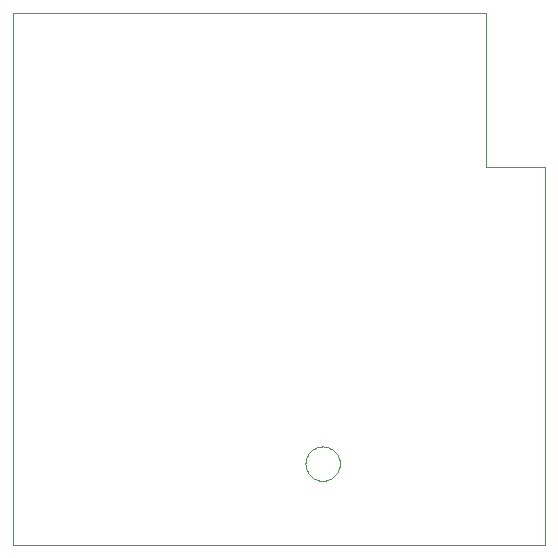
<source format=gbp>
G75*
%MOIN*%
%OFA0B0*%
%FSLAX24Y24*%
%IPPOS*%
%LPD*%
%AMOC8*
5,1,8,0,0,1.08239X$1,22.5*
%
%ADD10C,0.0000*%
D10*
X005744Y004971D02*
X023460Y004971D01*
X023460Y017570D01*
X021492Y017570D01*
X021492Y022688D01*
X005744Y022688D01*
X005744Y004971D01*
X015484Y007674D02*
X015486Y007721D01*
X015492Y007768D01*
X015501Y007814D01*
X015515Y007859D01*
X015532Y007903D01*
X015553Y007946D01*
X015577Y007986D01*
X015604Y008025D01*
X015635Y008061D01*
X015668Y008094D01*
X015704Y008125D01*
X015743Y008152D01*
X015783Y008176D01*
X015826Y008197D01*
X015870Y008214D01*
X015915Y008228D01*
X015961Y008237D01*
X016008Y008243D01*
X016055Y008245D01*
X016102Y008243D01*
X016149Y008237D01*
X016195Y008228D01*
X016240Y008214D01*
X016284Y008197D01*
X016327Y008176D01*
X016367Y008152D01*
X016406Y008125D01*
X016442Y008094D01*
X016475Y008061D01*
X016506Y008025D01*
X016533Y007986D01*
X016557Y007946D01*
X016578Y007903D01*
X016595Y007859D01*
X016609Y007814D01*
X016618Y007768D01*
X016624Y007721D01*
X016626Y007674D01*
X016624Y007627D01*
X016618Y007580D01*
X016609Y007534D01*
X016595Y007489D01*
X016578Y007445D01*
X016557Y007402D01*
X016533Y007362D01*
X016506Y007323D01*
X016475Y007287D01*
X016442Y007254D01*
X016406Y007223D01*
X016367Y007196D01*
X016327Y007172D01*
X016284Y007151D01*
X016240Y007134D01*
X016195Y007120D01*
X016149Y007111D01*
X016102Y007105D01*
X016055Y007103D01*
X016008Y007105D01*
X015961Y007111D01*
X015915Y007120D01*
X015870Y007134D01*
X015826Y007151D01*
X015783Y007172D01*
X015743Y007196D01*
X015704Y007223D01*
X015668Y007254D01*
X015635Y007287D01*
X015604Y007323D01*
X015577Y007362D01*
X015553Y007402D01*
X015532Y007445D01*
X015515Y007489D01*
X015501Y007534D01*
X015492Y007580D01*
X015486Y007627D01*
X015484Y007674D01*
M02*

</source>
